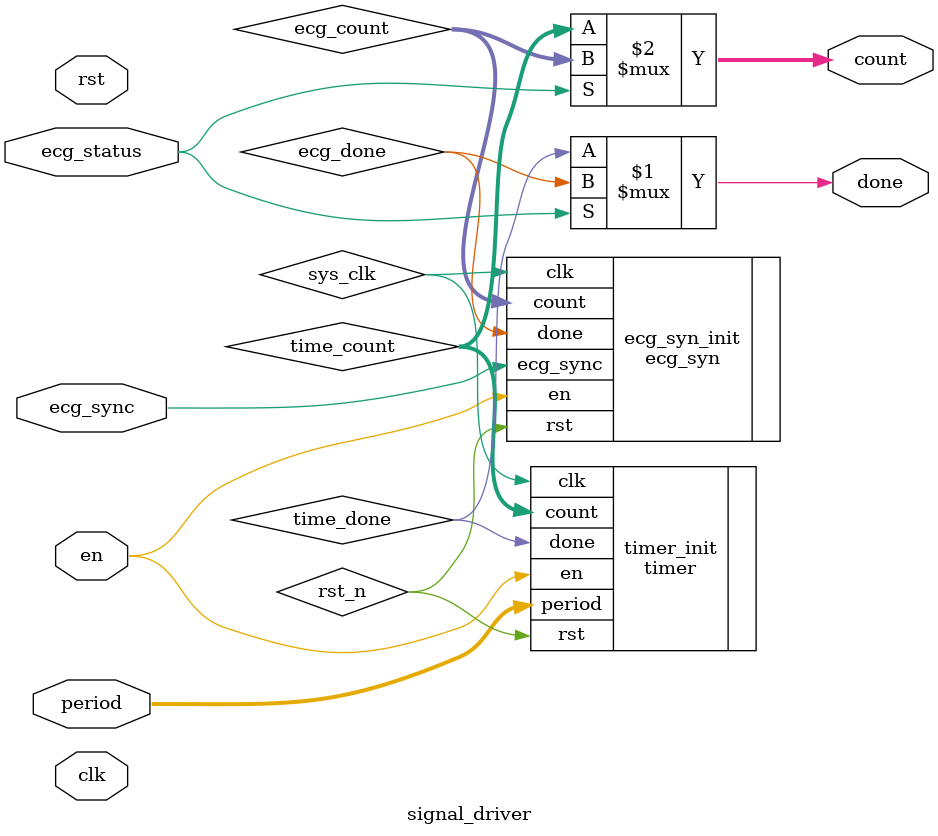
<source format=v>

module signal_driver(
    input rst, // 复位信号
    input en, //使能信号
	input clk, // 时钟信号
    input [31:0] period, // 定时器周期信号
	input ecg_status,	//ECG同步信号使能信号
	input  ecg_sync,        // ECG同步信号
    output  done, // 触发信号到来
    output  [9:0] count // 脉冲串计数
);


reg [9:0] time_count; // 定时器计数
reg [9:0] ecg_count; // ecg计数
reg ecg_done;// ecg 触发到来
reg time_done;//定时器触发到来
timer timer_init(
    .rst		(rst_n),
	.en     (en),
    .period	(period), 
    .clk		(sys_clk), 
    .done	(time_done), 
    .count 	(time_count)
);



ecg_syn ecg_syn_init(
  .rst		(rst_n), 
  .en		(en),
  .ecg_sync	(ecg_sync),
  .clk		(sys_clk), 
  .done	(ecg_done), 
  .count 	(ecg_count)
);
assign done=ecg_status?ecg_done:time_done;
assign count=ecg_status?ecg_count:time_count;

endmodule 
</source>
